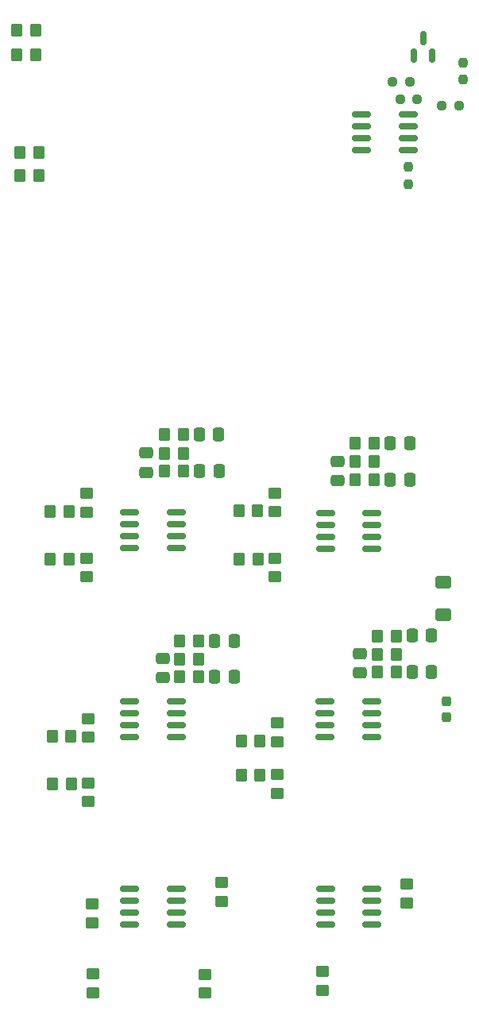
<source format=gbr>
%TF.GenerationSoftware,KiCad,Pcbnew,9.0.2-9.0.2-0~ubuntu24.04.1*%
%TF.CreationDate,2025-05-30T10:58:54-03:00*%
%TF.ProjectId,MSG25,4d534732-352e-46b6-9963-61645f706362,rev?*%
%TF.SameCoordinates,Original*%
%TF.FileFunction,Paste,Bot*%
%TF.FilePolarity,Positive*%
%FSLAX46Y46*%
G04 Gerber Fmt 4.6, Leading zero omitted, Abs format (unit mm)*
G04 Created by KiCad (PCBNEW 9.0.2-9.0.2-0~ubuntu24.04.1) date 2025-05-30 10:58:54*
%MOMM*%
%LPD*%
G01*
G04 APERTURE LIST*
G04 Aperture macros list*
%AMRoundRect*
0 Rectangle with rounded corners*
0 $1 Rounding radius*
0 $2 $3 $4 $5 $6 $7 $8 $9 X,Y pos of 4 corners*
0 Add a 4 corners polygon primitive as box body*
4,1,4,$2,$3,$4,$5,$6,$7,$8,$9,$2,$3,0*
0 Add four circle primitives for the rounded corners*
1,1,$1+$1,$2,$3*
1,1,$1+$1,$4,$5*
1,1,$1+$1,$6,$7*
1,1,$1+$1,$8,$9*
0 Add four rect primitives between the rounded corners*
20,1,$1+$1,$2,$3,$4,$5,0*
20,1,$1+$1,$4,$5,$6,$7,0*
20,1,$1+$1,$6,$7,$8,$9,0*
20,1,$1+$1,$8,$9,$2,$3,0*%
G04 Aperture macros list end*
%ADD10RoundRect,0.250000X0.350000X0.450000X-0.350000X0.450000X-0.350000X-0.450000X0.350000X-0.450000X0*%
%ADD11RoundRect,0.250000X-0.337500X-0.475000X0.337500X-0.475000X0.337500X0.475000X-0.337500X0.475000X0*%
%ADD12RoundRect,0.250000X-0.475000X0.337500X-0.475000X-0.337500X0.475000X-0.337500X0.475000X0.337500X0*%
%ADD13RoundRect,0.150000X0.825000X0.150000X-0.825000X0.150000X-0.825000X-0.150000X0.825000X-0.150000X0*%
%ADD14RoundRect,0.250000X-0.600000X0.400000X-0.600000X-0.400000X0.600000X-0.400000X0.600000X0.400000X0*%
%ADD15RoundRect,0.237500X0.237500X-0.300000X0.237500X0.300000X-0.237500X0.300000X-0.237500X-0.300000X0*%
%ADD16RoundRect,0.237500X0.250000X0.237500X-0.250000X0.237500X-0.250000X-0.237500X0.250000X-0.237500X0*%
%ADD17RoundRect,0.250000X-0.350000X-0.450000X0.350000X-0.450000X0.350000X0.450000X-0.350000X0.450000X0*%
%ADD18RoundRect,0.250000X-0.450000X0.350000X-0.450000X-0.350000X0.450000X-0.350000X0.450000X0.350000X0*%
%ADD19RoundRect,0.250000X0.450000X-0.350000X0.450000X0.350000X-0.450000X0.350000X-0.450000X-0.350000X0*%
%ADD20RoundRect,0.150000X0.150000X-0.587500X0.150000X0.587500X-0.150000X0.587500X-0.150000X-0.587500X0*%
%ADD21RoundRect,0.150000X-0.825000X-0.150000X0.825000X-0.150000X0.825000X0.150000X-0.825000X0.150000X0*%
%ADD22RoundRect,0.237500X-0.250000X-0.237500X0.250000X-0.237500X0.250000X0.237500X-0.250000X0.237500X0*%
%ADD23RoundRect,0.237500X-0.237500X0.250000X-0.237500X-0.250000X0.237500X-0.250000X0.237500X0.250000X0*%
G04 APERTURE END LIST*
D10*
%TO.C,R35*%
X118610000Y-50225000D03*
X116610000Y-50225000D03*
%TD*%
D11*
%TO.C,C10*%
X156372500Y-98125000D03*
X158447500Y-98125000D03*
%TD*%
D12*
%TO.C,C7*%
X130410000Y-95237500D03*
X130410000Y-97312500D03*
%TD*%
D10*
%TO.C,R26*%
X154660000Y-94225000D03*
X152660000Y-94225000D03*
%TD*%
D13*
%TO.C,U6*%
X154410000Y-121745000D03*
X154410000Y-123015000D03*
X154410000Y-124285000D03*
X154410000Y-125555000D03*
X149460000Y-125555000D03*
X149460000Y-124285000D03*
X149460000Y-123015000D03*
X149460000Y-121745000D03*
%TD*%
D14*
%TO.C,D109*%
X162060000Y-109025000D03*
X162060000Y-112525000D03*
%TD*%
D11*
%TO.C,C14*%
X158722500Y-114725000D03*
X160797500Y-114725000D03*
%TD*%
D12*
%TO.C,C12*%
X132110000Y-117137500D03*
X132110000Y-119212500D03*
%TD*%
D15*
%TO.C,C101*%
X162410000Y-123437500D03*
X162410000Y-121712500D03*
%TD*%
D10*
%TO.C,R29*%
X135960000Y-115325000D03*
X133960000Y-115325000D03*
%TD*%
D11*
%TO.C,C6*%
X156372500Y-94225000D03*
X158447500Y-94225000D03*
%TD*%
D16*
%TO.C,R128*%
X158472500Y-55695000D03*
X156647500Y-55695000D03*
%TD*%
D17*
%TO.C,R5*%
X120410000Y-130525000D03*
X122410000Y-130525000D03*
%TD*%
%TO.C,R38*%
X116910000Y-65725000D03*
X118910000Y-65725000D03*
%TD*%
D10*
%TO.C,R19*%
X122360000Y-125475000D03*
X120360000Y-125475000D03*
%TD*%
D11*
%TO.C,C13*%
X137672500Y-119125000D03*
X139747500Y-119125000D03*
%TD*%
D18*
%TO.C,R20*%
X124160000Y-123575000D03*
X124160000Y-125575000D03*
%TD*%
D13*
%TO.C,U3*%
X133560000Y-141695000D03*
X133560000Y-142965000D03*
X133560000Y-144235000D03*
X133560000Y-145505000D03*
X128610000Y-145505000D03*
X128610000Y-144235000D03*
X128610000Y-142965000D03*
X128610000Y-141695000D03*
%TD*%
D10*
%TO.C,R17*%
X142260000Y-101425000D03*
X140260000Y-101425000D03*
%TD*%
D18*
%TO.C,R4*%
X144110000Y-106475000D03*
X144110000Y-108475000D03*
%TD*%
D17*
%TO.C,R33*%
X155010000Y-116705000D03*
X157010000Y-116705000D03*
%TD*%
D10*
%TO.C,R21*%
X142510000Y-125925000D03*
X140510000Y-125925000D03*
%TD*%
D11*
%TO.C,C9*%
X136072500Y-97175000D03*
X138147500Y-97175000D03*
%TD*%
D18*
%TO.C,R8*%
X144310000Y-129525000D03*
X144310000Y-131525000D03*
%TD*%
D19*
%TO.C,R15*%
X158160000Y-143225000D03*
X158160000Y-141225000D03*
%TD*%
D17*
%TO.C,R3*%
X140310000Y-106575000D03*
X142310000Y-106575000D03*
%TD*%
D19*
%TO.C,R10*%
X138410000Y-143075000D03*
X138410000Y-141075000D03*
%TD*%
D17*
%TO.C,R30*%
X133960000Y-117225000D03*
X135960000Y-117225000D03*
%TD*%
D10*
%TO.C,R23*%
X134310000Y-93325000D03*
X132310000Y-93325000D03*
%TD*%
D20*
%TO.C,D107*%
X160840000Y-52935000D03*
X158940000Y-52935000D03*
X159890000Y-51060000D03*
%TD*%
D10*
%TO.C,R25*%
X134310000Y-97175000D03*
X132310000Y-97175000D03*
%TD*%
D19*
%TO.C,R14*%
X149160000Y-152525000D03*
X149160000Y-150525000D03*
%TD*%
D21*
%TO.C,U501*%
X153335000Y-62980000D03*
X153335000Y-61710000D03*
X153335000Y-60440000D03*
X153335000Y-59170000D03*
X158285000Y-59170000D03*
X158285000Y-60440000D03*
X158285000Y-61710000D03*
X158285000Y-62980000D03*
%TD*%
D22*
%TO.C,R125*%
X161867500Y-58265000D03*
X163692500Y-58265000D03*
%TD*%
D19*
%TO.C,R11*%
X124660000Y-152775000D03*
X124660000Y-150775000D03*
%TD*%
D23*
%TO.C,R124*%
X158340000Y-64752500D03*
X158340000Y-66577500D03*
%TD*%
D10*
%TO.C,R28*%
X154660000Y-98125000D03*
X152660000Y-98125000D03*
%TD*%
D13*
%TO.C,U1*%
X133560000Y-101615000D03*
X133560000Y-102885000D03*
X133560000Y-104155000D03*
X133560000Y-105425000D03*
X128610000Y-105425000D03*
X128610000Y-104155000D03*
X128610000Y-102885000D03*
X128610000Y-101615000D03*
%TD*%
D22*
%TO.C,R126*%
X157437500Y-57595000D03*
X159262500Y-57595000D03*
%TD*%
D12*
%TO.C,C8*%
X150810000Y-96150000D03*
X150810000Y-98225000D03*
%TD*%
D10*
%TO.C,R34*%
X157010000Y-118625000D03*
X155010000Y-118625000D03*
%TD*%
D18*
%TO.C,R6*%
X124210000Y-130425000D03*
X124210000Y-132425000D03*
%TD*%
D17*
%TO.C,R1*%
X120160000Y-106575000D03*
X122160000Y-106575000D03*
%TD*%
D18*
%TO.C,R12*%
X124010000Y-99575000D03*
X124010000Y-101575000D03*
%TD*%
D17*
%TO.C,R7*%
X140510000Y-129625000D03*
X142510000Y-129625000D03*
%TD*%
D12*
%TO.C,C15*%
X153147500Y-116650000D03*
X153147500Y-118725000D03*
%TD*%
D10*
%TO.C,R32*%
X157010000Y-114775000D03*
X155010000Y-114775000D03*
%TD*%
D17*
%TO.C,R36*%
X116610000Y-52775000D03*
X118610000Y-52775000D03*
%TD*%
D11*
%TO.C,C16*%
X158722500Y-118625000D03*
X160797500Y-118625000D03*
%TD*%
D19*
%TO.C,R13*%
X124610000Y-145325000D03*
X124610000Y-143325000D03*
%TD*%
D13*
%TO.C,U4*%
X154460000Y-141705000D03*
X154460000Y-142975000D03*
X154460000Y-144245000D03*
X154460000Y-145515000D03*
X149510000Y-145515000D03*
X149510000Y-144245000D03*
X149510000Y-142975000D03*
X149510000Y-141705000D03*
%TD*%
D17*
%TO.C,R27*%
X152660000Y-96175000D03*
X154660000Y-96175000D03*
%TD*%
D11*
%TO.C,C11*%
X137685000Y-115325000D03*
X139760000Y-115325000D03*
%TD*%
D18*
%TO.C,R22*%
X144360000Y-124025000D03*
X144360000Y-126025000D03*
%TD*%
D23*
%TO.C,R127*%
X164160000Y-53632500D03*
X164160000Y-55457500D03*
%TD*%
D10*
%TO.C,R16*%
X122160000Y-101475000D03*
X120160000Y-101475000D03*
%TD*%
%TO.C,R31*%
X135960000Y-119125000D03*
X133960000Y-119125000D03*
%TD*%
D13*
%TO.C,U5*%
X133560000Y-121745000D03*
X133560000Y-123015000D03*
X133560000Y-124285000D03*
X133560000Y-125555000D03*
X128610000Y-125555000D03*
X128610000Y-124285000D03*
X128610000Y-123015000D03*
X128610000Y-121745000D03*
%TD*%
D10*
%TO.C,R37*%
X118910000Y-63225000D03*
X116910000Y-63225000D03*
%TD*%
D17*
%TO.C,R24*%
X132310000Y-95275000D03*
X134310000Y-95275000D03*
%TD*%
D13*
%TO.C,U2*%
X154460000Y-101625000D03*
X154460000Y-102895000D03*
X154460000Y-104165000D03*
X154460000Y-105435000D03*
X149510000Y-105435000D03*
X149510000Y-104165000D03*
X149510000Y-102895000D03*
X149510000Y-101625000D03*
%TD*%
D18*
%TO.C,R18*%
X144060000Y-99525000D03*
X144060000Y-101525000D03*
%TD*%
%TO.C,R2*%
X124010000Y-106475000D03*
X124010000Y-108475000D03*
%TD*%
D11*
%TO.C,C5*%
X136022500Y-93325000D03*
X138097500Y-93325000D03*
%TD*%
D19*
%TO.C,R9*%
X136660000Y-152825000D03*
X136660000Y-150825000D03*
%TD*%
M02*

</source>
